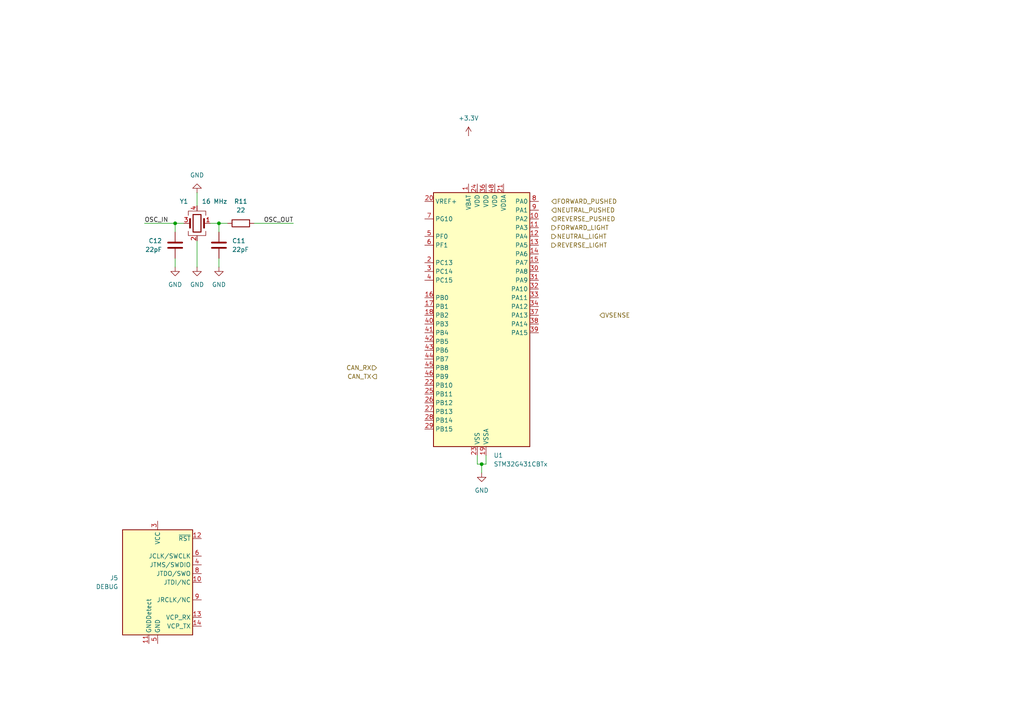
<source format=kicad_sch>
(kicad_sch (version 20231120) (generator "eeschema") (generator_version "8.0")
  (paper "A4")
  (lib_symbols
    (symbol "Connector:Conn_ST_STDC14"
      (property "Reference" "J" (at -8.89 16.51 0))
      (property "Value" "Conn_ST_STDC14" (at 17.78 16.51 0))
      (symbol "Conn_ST_STDC14_0_1"
        (rectangle (start -10.16 15.24) (end 10.16 -15.24) (stroke (width 0.254)) (fill (type background)))
      )
      (symbol "Conn_ST_STDC14_1_1"
        (pin no_connect line (at -10.16 5.08 0) (length 2.54) hide (name "NC") (number "1"))
        (pin output line (at 12.7 0 180) (length 2.54) (name "JTDI/NC") (number "10"))
        (pin passive line (at -2.54 -17.78 90) (length 2.54) (name "GNDDetect") (number "11"))
        (pin open_collector line (at 12.7 12.7 180) (length 2.54) (name "~{RST}") (number "12"))
        (pin output line (at 12.7 -10.16 180) (length 2.54) (name "VCP_RX") (number "13"))
        (pin input line (at 12.7 -12.7 180) (length 2.54) (name "VCP_TX") (number "14"))
        (pin no_connect line (at -10.16 2.54 0) (length 2.54) hide (name "NC") (number "2"))
        (pin power_in line (at 0 17.78 270) (length 2.54) (name "VCC") (number "3"))
        (pin bidirectional line (at 12.7 5.08 180) (length 2.54) (name "JTMS/SWDIO") (number "4"))
        (pin power_in line (at 0 -17.78 90) (length 2.54) (name "GND") (number "5"))
        (pin output line (at 12.7 7.62 180) (length 2.54) (name "JCLK/SWCLK") (number "6"))
        (pin passive line (at 0 -17.78 90) (length 2.54) hide (name "GND") (number "7"))
        (pin input line (at 12.7 2.54 180) (length 2.54) (name "JTDO/SWO") (number "8"))
        (pin input line (at 12.7 -5.08 180) (length 2.54) (name "JRCLK/NC") (number "9"))
      )
    )
    (symbol "Device:C" (pin_numbers hide) (pin_names (offset 0.254))
      (property "Reference" "C" (at 0.635 2.54 0))
      (property "Value" "C" (at 0.635 -2.54 0))
      (symbol "C_0_1"
        (polyline (pts (xy -2.032 -0.762) (xy 2.032 -0.762)) (stroke (width 0.508)))
        (polyline (pts (xy -2.032 0.762) (xy 2.032 0.762)) (stroke (width 0.508)))
      )
      (symbol "C_1_1"
        (pin passive line (at 0 3.81 270) (length 2.794) (name "~") (number "1"))
        (pin passive line (at 0 -3.81 90) (length 2.794) (name "~") (number "2"))
      )
    )
    (symbol "Device:Crystal_GND24" (pin_names (offset 1.016) hide)
      (property "Reference" "Y" (at 3.175 5.08 0))
      (property "Value" "Crystal_GND24" (at 3.175 3.175 0))
      (symbol "Crystal_GND24_0_1"
        (rectangle (start -1.143 2.54) (end 1.143 -2.54) (stroke (width 0.3048)))
        (polyline (pts (xy -2.54 0) (xy -2.032 0)))
        (polyline (pts (xy -2.032 -1.27) (xy -2.032 1.27)) (stroke (width 0.508)))
        (polyline (pts (xy 0 -3.81) (xy 0 -3.556)))
        (polyline (pts (xy 0 3.556) (xy 0 3.81)))
        (polyline (pts (xy 2.032 -1.27) (xy 2.032 1.27)) (stroke (width 0.508)))
        (polyline (pts (xy 2.032 0) (xy 2.54 0)))
        (polyline (pts (xy -2.54 -2.286) (xy -2.54 -3.556) (xy 2.54 -3.556) (xy 2.54 -2.286)))
        (polyline (pts (xy -2.54 2.286) (xy -2.54 3.556) (xy 2.54 3.556) (xy 2.54 2.286)))
      )
      (symbol "Crystal_GND24_1_1"
        (pin passive line (at -3.81 0 0) (length 1.27) (name "1") (number "1"))
        (pin passive line (at 0 5.08 270) (length 1.27) (name "2") (number "2"))
        (pin passive line (at 3.81 0 180) (length 1.27) (name "3") (number "3"))
        (pin passive line (at 0 -5.08 90) (length 1.27) (name "4") (number "4"))
      )
    )
    (symbol "Device:R" (pin_numbers hide) (pin_names (offset 0))
      (property "Reference" "R" (at 2.032 0 90))
      (property "Value" "R" (at 0 0 90))
      (symbol "R_0_1"
        (rectangle (start -1.016 -2.54) (end 1.016 2.54) (stroke (width 0.254)))
      )
      (symbol "R_1_1"
        (pin passive line (at 0 3.81 270) (length 1.27) (name "~") (number "1"))
        (pin passive line (at 0 -3.81 90) (length 1.27) (name "~") (number "2"))
      )
    )
    (symbol "MCU_ST_STM32G4:STM32G431CBTx"
      (property "Reference" "U" (at -12.7 39.37 0))
      (property "Value" "STM32G431CBTx" (at 10.16 39.37 0))
      (symbol "STM32G431CBTx_0_1"
        (rectangle (start -12.7 -35.56) (end 15.24 38.1) (stroke (width 0.254)) (fill (type background)))
      )
      (symbol "STM32G431CBTx_1_1"
        (pin power_in line (at -2.54 40.64 270) (length 2.54) (name "VBAT") (number "1"))
        (pin bidirectional line (at 17.78 30.48 180) (length 2.54) (name "PA2") (number "10"))
        (pin bidirectional line (at 17.78 27.94 180) (length 2.54) (name "PA3") (number "11"))
        (pin bidirectional line (at 17.78 25.4 180) (length 2.54) (name "PA4") (number "12"))
        (pin bidirectional line (at 17.78 22.86 180) (length 2.54) (name "PA5") (number "13"))
        (pin bidirectional line (at 17.78 20.32 180) (length 2.54) (name "PA6") (number "14"))
        (pin bidirectional line (at 17.78 17.78 180) (length 2.54) (name "PA7") (number "15"))
        (pin bidirectional line (at -15.24 7.62 0) (length 2.54) (name "PB0") (number "16"))
        (pin bidirectional line (at -15.24 5.08 0) (length 2.54) (name "PB1") (number "17"))
        (pin bidirectional line (at -15.24 2.54 0) (length 2.54) (name "PB2") (number "18"))
        (pin power_in line (at 2.54 -38.1 90) (length 2.54) (name "VSSA") (number "19"))
        (pin bidirectional line (at -15.24 17.78 0) (length 2.54) (name "PC13") (number "2"))
        (pin input line (at -15.24 35.56 0) (length 2.54) (name "VREF+") (number "20"))
        (pin power_in line (at 7.62 40.64 270) (length 2.54) (name "VDDA") (number "21"))
        (pin bidirectional line (at -15.24 -17.78 0) (length 2.54) (name "PB10") (number "22"))
        (pin power_in line (at 0 -38.1 90) (length 2.54) (name "VSS") (number "23"))
        (pin power_in line (at 0 40.64 270) (length 2.54) (name "VDD") (number "24"))
        (pin bidirectional line (at -15.24 -20.32 0) (length 2.54) (name "PB11") (number "25"))
        (pin bidirectional line (at -15.24 -22.86 0) (length 2.54) (name "PB12") (number "26"))
        (pin bidirectional line (at -15.24 -25.4 0) (length 2.54) (name "PB13") (number "27"))
        (pin bidirectional line (at -15.24 -27.94 0) (length 2.54) (name "PB14") (number "28"))
        (pin bidirectional line (at -15.24 -30.48 0) (length 2.54) (name "PB15") (number "29"))
        (pin bidirectional line (at -15.24 15.24 0) (length 2.54) (name "PC14") (number "3"))
        (pin bidirectional line (at 17.78 15.24 180) (length 2.54) (name "PA8") (number "30"))
        (pin bidirectional line (at 17.78 12.7 180) (length 2.54) (name "PA9") (number "31"))
        (pin bidirectional line (at 17.78 10.16 180) (length 2.54) (name "PA10") (number "32"))
        (pin bidirectional line (at 17.78 7.62 180) (length 2.54) (name "PA11") (number "33"))
        (pin bidirectional line (at 17.78 5.08 180) (length 2.54) (name "PA12") (number "34"))
        (pin passive line (at 0 -38.1 90) (length 2.54) hide (name "VSS") (number "35"))
        (pin power_in line (at 2.54 40.64 270) (length 2.54) (name "VDD") (number "36"))
        (pin bidirectional line (at 17.78 2.54 180) (length 2.54) (name "PA13") (number "37"))
        (pin bidirectional line (at 17.78 0 180) (length 2.54) (name "PA14") (number "38"))
        (pin bidirectional line (at 17.78 -2.54 180) (length 2.54) (name "PA15") (number "39"))
        (pin bidirectional line (at -15.24 12.7 0) (length 2.54) (name "PC15") (number "4"))
        (pin bidirectional line (at -15.24 0 0) (length 2.54) (name "PB3") (number "40"))
        (pin bidirectional line (at -15.24 -2.54 0) (length 2.54) (name "PB4") (number "41"))
        (pin bidirectional line (at -15.24 -5.08 0) (length 2.54) (name "PB5") (number "42"))
        (pin bidirectional line (at -15.24 -7.62 0) (length 2.54) (name "PB6") (number "43"))
        (pin bidirectional line (at -15.24 -10.16 0) (length 2.54) (name "PB7") (number "44"))
        (pin bidirectional line (at -15.24 -12.7 0) (length 2.54) (name "PB8") (number "45"))
        (pin bidirectional line (at -15.24 -15.24 0) (length 2.54) (name "PB9") (number "46"))
        (pin passive line (at 0 -38.1 90) (length 2.54) hide (name "VSS") (number "47"))
        (pin power_in line (at 5.08 40.64 270) (length 2.54) (name "VDD") (number "48"))
        (pin bidirectional line (at -15.24 25.4 0) (length 2.54) (name "PF0") (number "5"))
        (pin bidirectional line (at -15.24 22.86 0) (length 2.54) (name "PF1") (number "6"))
        (pin bidirectional line (at -15.24 30.48 0) (length 2.54) (name "PG10") (number "7"))
        (pin bidirectional line (at 17.78 35.56 180) (length 2.54) (name "PA0") (number "8"))
        (pin bidirectional line (at 17.78 33.02 180) (length 2.54) (name "PA1") (number "9"))
      )
    )
    (symbol "power:+3.3V" (power) (pin_numbers hide) (pin_names (offset 0) hide)
      (property "Value" "+3.3V" (at 0 3.556 0))
      (symbol "+3.3V_0_1"
        (polyline (pts (xy -0.762 1.27) (xy 0 2.54)))
        (polyline (pts (xy 0 0) (xy 0 2.54)))
        (polyline (pts (xy 0 2.54) (xy 0.762 1.27)))
      )
      (symbol "+3.3V_1_1"
        (pin power_in line (at 0 0 90) (length 0) (name "~") (number "1"))
      )
    )
    (symbol "power:GND" (power) (pin_numbers hide) (pin_names (offset 0) hide)
      (property "Value" "GND" (at 0 -3.81 0))
      (symbol "GND_0_1"
        (polyline (pts (xy 0 0) (xy 0 -1.27) (xy 1.27 -1.27) (xy 0 -2.54) (xy -1.27 -1.27) (xy 0 -1.27)))
      )
      (symbol "GND_1_1"
        (pin power_in line (at 0 0 270) (length 0) (name "~") (number "1"))
      )
    )
  )
  (junction (at 63.5 64.77))
  (junction (at 50.8 64.77))
  (junction (at 139.7 134.62))
  (wire (pts (xy 63.5 74.93) (xy 63.5 77.47)))
  (wire (pts (xy 50.8 64.77) (xy 50.8 67.31)))
  (wire (pts (xy 63.5 64.77) (xy 63.5 67.31)))
  (wire (pts (xy 57.15 69.85) (xy 57.15 77.47)))
  (wire (pts (xy 139.7 134.62) (xy 140.97 134.62)))
  (wire (pts (xy 138.43 134.62) (xy 139.7 134.62)))
  (wire (pts (xy 41.91 64.77) (xy 50.8 64.77)))
  (wire (pts (xy 140.97 134.62) (xy 140.97 132.08)))
  (wire (pts (xy 60.96 64.77) (xy 63.5 64.77)))
  (wire (pts (xy 50.8 74.93) (xy 50.8 77.47)))
  (wire (pts (xy 138.43 132.08) (xy 138.43 134.62)))
  (wire (pts (xy 50.8 64.77) (xy 53.34 64.77)))
  (wire (pts (xy 57.15 55.88) (xy 57.15 59.69)))
  (wire (pts (xy 139.7 134.62) (xy 139.7 137.16)))
  (wire (pts (xy 63.5 64.77) (xy 66.04 64.77)))
  (wire (pts (xy 73.66 64.77) (xy 85.09 64.77)))
  (label "OSC_IN" (at 41.91 64.77 0))
  (label "OSC_OUT" (at 85.09 64.77 180))
  (hierarchical_label "NEUTRAL_PUSHED" (shape input) (at 160.02 60.96 0))
  (hierarchical_label "CAN_TX" (shape output) (at 109.22 109.22 180))
  (hierarchical_label "FORWARD_PUSHED" (shape input) (at 160.02 58.42 0))
  (hierarchical_label "NEUTRAL_LIGHT" (shape output) (at 160.02 68.58 0))
  (hierarchical_label "REVERSE_PUSHED" (shape input) (at 160.02 63.5 0))
  (hierarchical_label "VSENSE" (shape input) (at 173.99 91.44 0))
  (hierarchical_label "CAN_RX" (shape input) (at 109.22 106.68 180))
  (hierarchical_label "REVERSE_LIGHT" (shape output) (at 160.02 71.12 0))
  (hierarchical_label "FORWARD_LIGHT" (shape output) (at 160.02 66.04 0))
  (symbol (lib_id "power:+3.3V") (at 135.89 39.37 0) (unit 1)
    (property "Reference" "#PWR08" (effects (hide yes)))
    (property "Value" "+3.3V" (at 135.89 34.29 0))
    (property "Description" "Power symbol creates a global label with name \"+3.3V\"" (effects (hide yes)))
  )
  (symbol (lib_id "Device:Crystal_GND24") (at 57.15 64.77 180) (unit 1)
    (property "Reference" "Y1" (at 53.34 58.42 0))
    (property "Value" "16 MHz" (at 62.23 58.42 0))
    (property "Footprint" "Crystal:Crystal_SMD_3225-4Pin_3.2x2.5mm" (effects (hide yes)))
    (property "Description" "Four pin crystal, GND on pins 2 and 4" (effects (hide yes)))
  )
  (symbol (lib_id "Device:C") (at 50.8 71.12 0) (mirror y) (unit 1)
    (property "Reference" "C12" (at 46.99 69.8499 0) (effects (justify left)))
    (property "Value" "22pF" (at 46.99 72.3899 0) (effects (justify left)))
    (property "Footprint" "Capacitor_SMD:C_0603_1608Metric" (effects (hide yes)))
    (property "Description" "Unpolarized capacitor" (effects (hide yes)))
  )
  (symbol (lib_id "Device:R") (at 69.85 64.77 90) (unit 1)
    (property "Reference" "R11" (at 69.85 58.42 90))
    (property "Value" "22" (at 69.85 60.96 90))
    (property "Footprint" "Resistor_SMD:R_0603_1608Metric" (effects (hide yes)))
    (property "Description" "Resistor" (effects (hide yes)))
  )
  (symbol (lib_id "power:GND") (at 139.7 137.16 0) (unit 1)
    (property "Reference" "#PWR09" (effects (hide yes)))
    (property "Value" "GND" (at 139.7 142.24 0))
    (property "Description" "Power symbol creates a global label with name \"GND\" , ground" (effects (hide yes)))
  )
  (symbol (lib_id "Device:C") (at 63.5 71.12 0) (unit 1)
    (property "Reference" "C11" (at 67.31 69.8499 0) (effects (justify left)))
    (property "Value" "22pF" (at 67.31 72.3899 0) (effects (justify left)))
    (property "Footprint" "Capacitor_SMD:C_0603_1608Metric" (effects (hide yes)))
    (property "Description" "Unpolarized capacitor" (effects (hide yes)))
  )
  (symbol (lib_id "MCU_ST_STM32G4:STM32G431CBTx") (at 138.43 93.98 0) (unit 1)
    (property "Reference" "U1" (at 143.1641 132.08 0) (effects (justify left)))
    (property "Value" "STM32G431CBTx" (at 143.1641 134.62 0) (effects (justify left)))
    (property "Footprint" "Package_QFP:LQFP-48_7x7mm_P0.5mm" (effects (hide yes)))
    (property "Datasheet" "https://www.st.com/resource/en/datasheet/stm32g431cb.pdf" (effects (hide yes)))
    (property "Description" "STMicroelectronics Arm Cortex-M4 MCU, 128KB flash, 32KB RAM, 170 MHz, 1.71-3.6V, 38 GPIO, LQFP48" (effects (hide yes)))
  )
  (symbol (lib_id "power:GND") (at 57.15 55.88 180) (unit 1)
    (property "Reference" "#PWR030" (effects (hide yes)))
    (property "Value" "GND" (at 57.15 50.8 0))
    (property "Description" "Power symbol creates a global label with name \"GND\" , ground" (effects (hide yes)))
  )
  (symbol (lib_id "power:GND") (at 63.5 77.47 0) (unit 1)
    (property "Reference" "#PWR031" (effects (hide yes)))
    (property "Value" "GND" (at 63.5 82.55 0))
    (property "Description" "Power symbol creates a global label with name \"GND\" , ground" (effects (hide yes)))
  )
  (symbol (lib_id "power:GND") (at 57.15 77.47 0) (unit 1)
    (property "Reference" "#PWR029" (effects (hide yes)))
    (property "Value" "GND" (at 57.15 82.55 0))
    (property "Description" "Power symbol creates a global label with name \"GND\" , ground" (effects (hide yes)))
  )
  (symbol (lib_id "power:GND") (at 50.8 77.47 0) (unit 1)
    (property "Reference" "#PWR032" (effects (hide yes)))
    (property "Value" "GND" (at 50.8 82.55 0))
    (property "Description" "Power symbol creates a global label with name \"GND\" , ground" (effects (hide yes)))
  )
  (symbol (lib_id "Connector:Conn_ST_STDC14") (at 45.72 168.91 0) (unit 1)
    (property "Reference" "J5" (at 34.29 167.6399 0) (effects (justify right)))
    (property "Value" "DEBUG" (at 34.29 170.1799 0) (effects (justify right)))
    (property "Footprint" "Connector_PinHeader_1.27mm:PinHeader_2x07_P1.27mm_Vertical_SMD" (effects (hide yes)))
    (property "Datasheet" "https://www.st.com/content/ccc/resource/technical/document/user_manual/group1/99/49/91/b6/b2/3a/46/e5/DM00526767/files/DM00526767.pdf/jcr:content/translations/en.DM00526767.pdf" (effects (hide yes)))
    (property "Description" "ST Debug Connector, standard ARM Cortex-M SWD and JTAG interface plus UART" (effects (hide yes)))
  )
)
</source>
